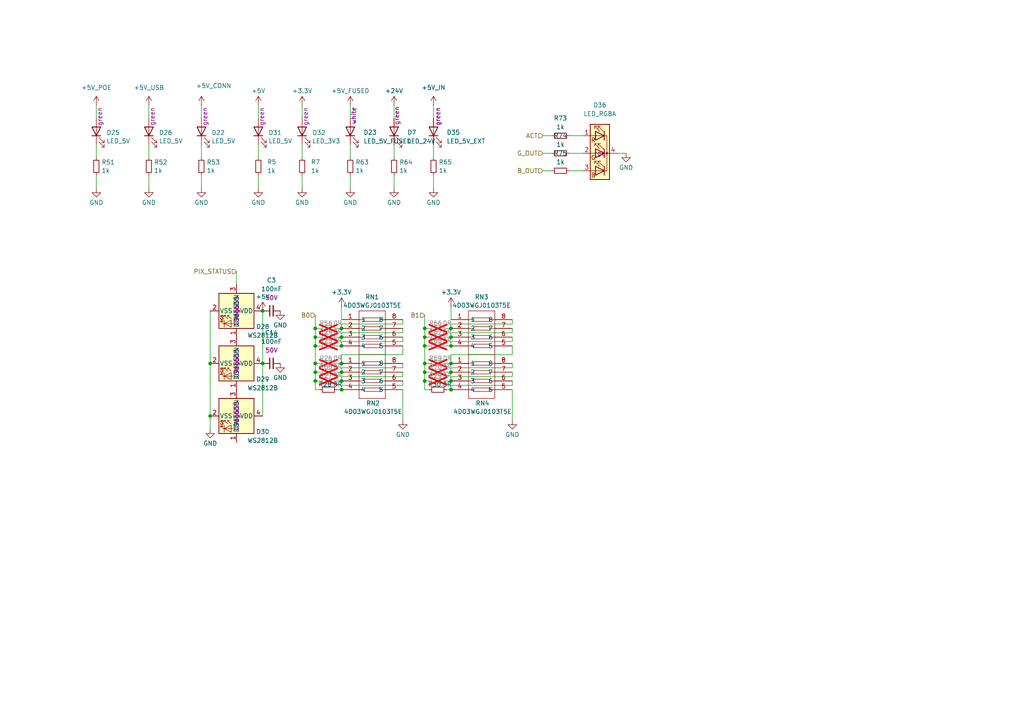
<source format=kicad_sch>
(kicad_sch (version 20250114) (generator "eeschema") (generator_version "9.0")
  (paper "A4")
  (lib_symbols
    (symbol "Device:C_Small" (pin_numbers (hide yes)) (pin_names (offset 0.254) (hide yes))
      (property "Reference" "C" (at 0.254 1.778 0))
      (property "Value" "C_Small" (at 0.254 -2.032 0))
      (symbol "C_Small_0_1"
        (polyline (pts (xy -1.524 0.508) (xy 1.524 0.508)) (stroke (width 0.3048)))
        (polyline (pts (xy -1.524 -0.508) (xy 1.524 -0.508)) (stroke (width 0.3302)))
      )
      (symbol "C_Small_1_1"
        (pin passive line (at 0 2.54 270) (length 2.032) (name "~") (number "1"))
        (pin passive line (at 0 -2.54 90) (length 2.032) (name "~") (number "2"))
      )
    )
    (symbol "Device:LED" (pin_numbers (hide yes)) (pin_names (offset 1.016) (hide yes))
      (property "Reference" "D" (at 0 2.54 0))
      (property "Value" "LED" (at 0 -2.54 0))
      (symbol "LED_0_1"
        (polyline (pts (xy -3.048 -0.762) (xy -4.572 -2.286) (xy -3.81 -2.286) (xy -4.572 -2.286) (xy -4.572 -1.524)))
        (polyline (pts (xy -1.778 -0.762) (xy -3.302 -2.286) (xy -2.54 -2.286) (xy -3.302 -2.286) (xy -3.302 -1.524)))
        (polyline (pts (xy -1.27 0) (xy 1.27 0)))
        (polyline (pts (xy -1.27 -1.27) (xy -1.27 1.27)) (stroke (width 0.254)))
        (polyline (pts (xy 1.27 -1.27) (xy 1.27 1.27) (xy -1.27 0) (xy 1.27 -1.27)) (stroke (width 0.254)))
      )
      (symbol "LED_1_1"
        (pin passive line (at -3.81 0 0) (length 2.54) (name "K") (number "1"))
        (pin passive line (at 3.81 0 180) (length 2.54) (name "A") (number "2"))
      )
    )
    (symbol "Device:LED_RGBK" (pin_names (offset 0) (hide yes))
      (property "Reference" "D" (at 0 9.398 0))
      (property "Value" "LED_RGBK" (at 0 -8.89 0))
      (symbol "LED_RGBK_0_0"
        (text "R" (at 1.905 3.81 0) (effects (font (size 1.27 1.27))))
        (text "G" (at 1.905 -1.27 0) (effects (font (size 1.27 1.27))))
        (text "B" (at 1.905 -6.35 0) (effects (font (size 1.27 1.27))))
      )
      (symbol "LED_RGBK_0_1"
        (circle (center -2.032 0) (radius 0.254) (fill (type outline)))
        (polyline (pts (xy -1.27 6.35) (xy -1.27 3.81)) (stroke (width 0.254)))
        (polyline (pts (xy -1.27 6.35) (xy -1.27 3.81) (xy -1.27 3.81)))
        (polyline (pts (xy -1.27 5.08) (xy 1.27 5.08)))
        (polyline (pts (xy -1.27 5.08) (xy -2.032 5.08) (xy -2.032 -5.08) (xy -1.016 -5.08)))
        (polyline (pts (xy -1.27 1.27) (xy -1.27 -1.27)) (stroke (width 0.254)))
        (polyline (pts (xy -1.27 1.27) (xy -1.27 -1.27) (xy -1.27 -1.27)))
        (polyline (pts (xy -1.27 0) (xy -2.54 0)))
        (polyline (pts (xy -1.27 -3.81) (xy -1.27 -6.35)) (stroke (width 0.254)))
        (polyline (pts (xy -1.27 -5.08) (xy 1.27 -5.08)))
        (polyline (pts (xy -1.016 6.35) (xy 0.508 7.874) (xy -0.254 7.874) (xy 0.508 7.874) (xy 0.508 7.112)))
        (polyline (pts (xy -1.016 1.27) (xy 0.508 2.794) (xy -0.254 2.794) (xy 0.508 2.794) (xy 0.508 2.032)))
        (polyline (pts (xy -1.016 -3.81) (xy 0.508 -2.286) (xy -0.254 -2.286) (xy 0.508 -2.286) (xy 0.508 -3.048)))
        (polyline (pts (xy 0 6.35) (xy 1.524 7.874) (xy 0.762 7.874) (xy 1.524 7.874) (xy 1.524 7.112)))
        (polyline (pts (xy 0 1.27) (xy 1.524 2.794) (xy 0.762 2.794) (xy 1.524 2.794) (xy 1.524 2.032)))
        (polyline (pts (xy 0 -3.81) (xy 1.524 -2.286) (xy 0.762 -2.286) (xy 1.524 -2.286) (xy 1.524 -3.048)))
        (polyline (pts (xy 1.27 6.35) (xy 1.27 3.81) (xy -1.27 5.08) (xy 1.27 6.35)) (stroke (width 0.254)))
        (rectangle (start 1.27 6.35) (end 1.27 6.35))
        (polyline (pts (xy 1.27 5.08) (xy 2.54 5.08)))
        (rectangle (start 1.27 3.81) (end 1.27 6.35))
        (polyline (pts (xy 1.27 1.27) (xy 1.27 -1.27) (xy -1.27 0) (xy 1.27 1.27)) (stroke (width 0.254)))
        (rectangle (start 1.27 1.27) (end 1.27 1.27))
        (polyline (pts (xy 1.27 0) (xy -1.27 0)))
        (polyline (pts (xy 1.27 0) (xy 2.54 0)))
        (rectangle (start 1.27 -1.27) (end 1.27 1.27))
        (polyline (pts (xy 1.27 -3.81) (xy 1.27 -6.35) (xy -1.27 -5.08) (xy 1.27 -3.81)) (stroke (width 0.254)))
        (polyline (pts (xy 1.27 -5.08) (xy 2.54 -5.08)))
        (rectangle (start 2.794 8.382) (end -2.794 -7.62) (stroke (width 0.254)) (fill (type background)))
      )
      (symbol "LED_RGBK_1_1"
        (pin passive line (at -5.08 0 0) (length 2.54) (name "K") (number "4"))
        (pin passive line (at 5.08 5.08 180) (length 2.54) (name "RA") (number "1"))
        (pin passive line (at 5.08 0 180) (length 2.54) (name "GA") (number "2"))
        (pin passive line (at 5.08 -5.08 180) (length 2.54) (name "BA") (number "3"))
      )
    )
    (symbol "Device:R_Small" (pin_numbers (hide yes)) (pin_names (offset 0.254) (hide yes))
      (property "Reference" "R" (at 0.762 0.508 0))
      (property "Value" "R_Small" (at 0.762 -1.016 0))
      (symbol "R_Small_0_1"
        (rectangle (start -0.762 1.778) (end 0.762 -1.778) (stroke (width 0.2032)))
      )
      (symbol "R_Small_1_1"
        (pin passive line (at 0 2.54 270) (length 0.762) (name "~") (number "1"))
        (pin passive line (at 0 -2.54 90) (length 0.762) (name "~") (number "2"))
      )
    )
    (symbol "LED:WS2812B-2020" (pin_names (offset 0.254))
      (property "Reference" "D" (at 5.08 5.715 0))
      (property "Value" "WS2812B-2020" (at 1.27 -5.715 0))
      (symbol "WS2812B-2020_0_0"
        (text "RGB" (at 2.286 -4.191 0) (effects (font (size 0.762 0.762))))
      )
      (symbol "WS2812B-2020_0_1"
        (polyline (pts (xy 1.27 -2.54) (xy 1.778 -2.54)))
        (polyline (pts (xy 1.27 -3.556) (xy 1.778 -3.556)))
        (polyline (pts (xy 2.286 -1.524) (xy 1.27 -2.54) (xy 1.27 -2.032)))
        (polyline (pts (xy 2.286 -2.54) (xy 1.27 -3.556) (xy 1.27 -3.048)))
        (polyline (pts (xy 3.683 -1.016) (xy 3.683 -3.556) (xy 3.683 -4.064)))
        (polyline (pts (xy 4.699 -1.524) (xy 2.667 -1.524) (xy 3.683 -3.556) (xy 4.699 -1.524)))
        (polyline (pts (xy 4.699 -3.556) (xy 2.667 -3.556)))
        (rectangle (start 5.08 5.08) (end -5.08 -5.08) (stroke (width 0.254)) (fill (type background)))
      )
      (symbol "WS2812B-2020_1_1"
        (pin input line (at -7.62 0 0) (length 2.54) (name "DIN") (number "3"))
        (pin power_in line (at 0 7.62 270) (length 2.54) (name "VDD") (number "4"))
        (pin power_in line (at 0 -7.62 90) (length 2.54) (name "VSS") (number "2"))
        (pin output line (at 7.62 0 180) (length 2.54) (name "DOUT") (number "1"))
      )
    )
    (symbol "easyeda2kicad:4D03WGJ0103T5E"
      (property "Reference" "RN" (at 0 8.89 0))
      (property "Value" "4D03WGJ0103T5E" (at 0 -8.89 0))
      (symbol "4D03WGJ0103T5E_0_1"
        (polyline (pts (xy -3.81 6.35) (xy -3.81 -6.35)))
        (polyline (pts (xy -3.81 6.35) (xy 3.81 6.35)))
        (polyline (pts (xy -3.81 3.81) (xy -2.29 3.81)))
        (polyline (pts (xy -3.81 1.27) (xy -2.29 1.27)))
        (polyline (pts (xy -3.81 -1.27) (xy -2.29 -1.27)))
        (polyline (pts (xy -3.81 -3.81) (xy -2.29 -3.81)))
        (polyline (pts (xy -3.81 -6.35) (xy 3.81 -6.35)))
        (polyline (pts (xy -2.29 4.32) (xy 2.29 4.32)))
        (polyline (pts (xy -2.29 4.32) (xy -2.29 3.3) (xy 2.29 3.3) (xy 2.29 4.32)))
        (polyline (pts (xy -2.29 1.78) (xy 2.29 1.78)))
        (polyline (pts (xy -2.29 1.78) (xy -2.29 0.76) (xy 2.29 0.76) (xy 2.29 1.78)))
        (polyline (pts (xy -2.29 -0.76) (xy 2.29 -0.76)))
        (polyline (pts (xy -2.29 -0.76) (xy -2.29 -1.78) (xy 2.29 -1.78) (xy 2.29 -0.76)))
        (polyline (pts (xy -2.29 -3.3) (xy 2.29 -3.3)))
        (polyline (pts (xy -2.29 -3.3) (xy -2.29 -4.32) (xy 2.29 -4.32) (xy 2.29 -3.3)))
        (polyline (pts (xy 2.29 3.81) (xy 3.81 3.81)))
        (polyline (pts (xy 2.29 1.27) (xy 3.81 1.27)))
        (polyline (pts (xy 2.29 -1.27) (xy 3.81 -1.27)))
        (polyline (pts (xy 2.29 -3.81) (xy 3.81 -3.81)))
        (polyline (pts (xy 3.81 6.35) (xy 3.81 -6.35)))
        (pin input line (at -8.89 3.81 0) (length 5.08) (name "1") (number "1"))
        (pin input line (at -8.89 1.27 0) (length 5.08) (name "2") (number "2"))
        (pin input line (at -8.89 -1.27 0) (length 5.08) (name "3") (number "3"))
        (pin input line (at -8.89 -3.81 0) (length 5.08) (name "4") (number "4"))
        (pin input line (at 8.89 3.81 180) (length 5.08) (name "8") (number "8"))
        (pin input line (at 8.89 1.27 180) (length 5.08) (name "7") (number "7"))
        (pin input line (at 8.89 -1.27 180) (length 5.08) (name "6") (number "6"))
        (pin input line (at 8.89 -3.81 180) (length 5.08) (name "5") (number "5"))
      )
    )
    (symbol "power:+24V" (power) (pin_numbers (hide yes)) (pin_names (offset 0) (hide yes))
      (property "Value" "+24V" (at 0 3.556 0))
      (symbol "+24V_0_1"
        (polyline (pts (xy -0.762 1.27) (xy 0 2.54)))
        (polyline (pts (xy 0 2.54) (xy 0.762 1.27)))
        (polyline (pts (xy 0 0) (xy 0 2.54)))
      )
      (symbol "+24V_1_1"
        (pin power_in line (at 0 0 90) (length 0) (name "~") (number "1"))
      )
    )
    (symbol "power:+3.3V" (power) (pin_numbers (hide yes)) (pin_names (offset 0) (hide yes))
      (property "Value" "+3.3V" (at 0 3.556 0))
      (symbol "+3.3V_0_1"
        (polyline (pts (xy -0.762 1.27) (xy 0 2.54)))
        (polyline (pts (xy 0 2.54) (xy 0.762 1.27)))
        (polyline (pts (xy 0 0) (xy 0 2.54)))
      )
      (symbol "+3.3V_1_1"
        (pin power_in line (at 0 0 90) (length 0) (name "~") (number "1"))
      )
    )
    (symbol "power:+5V" (power) (pin_numbers (hide yes)) (pin_names (offset 0) (hide yes))
      (property "Value" "+5V" (at 0 3.556 0))
      (symbol "+5V_0_1"
        (polyline (pts (xy -0.762 1.27) (xy 0 2.54)))
        (polyline (pts (xy 0 2.54) (xy 0.762 1.27)))
        (polyline (pts (xy 0 0) (xy 0 2.54)))
      )
      (symbol "+5V_1_1"
        (pin power_in line (at 0 0 90) (length 0) (name "~") (number "1"))
      )
    )
    (symbol "power:GND" (power) (pin_numbers (hide yes)) (pin_names (offset 0) (hide yes))
      (property "Value" "GND" (at 0 -3.81 0))
      (symbol "GND_0_1"
        (polyline (pts (xy 0 0) (xy 0 -1.27) (xy 1.27 -1.27) (xy 0 -2.54) (xy -1.27 -1.27) (xy 0 -1.27)))
      )
      (symbol "GND_1_1"
        (pin power_in line (at 0 0 270) (length 0) (name "~") (number "1"))
      )
    )
  )
  (junction (at 60.96 105.41))
  (junction (at 99.06 97.79))
  (junction (at 99.06 105.41))
  (junction (at 99.06 95.25))
  (junction (at 76.2 90.17))
  (junction (at 91.44 105.41))
  (junction (at 130.81 100.33))
  (junction (at 130.81 95.25))
  (junction (at 76.2 105.41))
  (junction (at 123.19 105.41))
  (junction (at 60.96 120.65))
  (junction (at 130.81 107.95))
  (junction (at 99.06 100.33))
  (junction (at 123.19 95.25))
  (junction (at 130.81 105.41))
  (junction (at 130.81 110.49))
  (junction (at 123.19 100.33))
  (junction (at 99.06 113.03))
  (junction (at 91.44 110.49))
  (junction (at 91.44 107.95))
  (junction (at 99.06 107.95))
  (junction (at 123.19 97.79))
  (junction (at 91.44 97.79))
  (junction (at 91.44 95.25))
  (junction (at 130.81 113.03))
  (junction (at 91.44 100.33))
  (junction (at 99.06 110.49))
  (junction (at 123.19 110.49))
  (junction (at 123.19 107.95))
  (junction (at 130.81 97.79))
  (wire (pts (xy 123.19 110.49) (xy 123.19 113.03)))
  (wire (pts (xy 91.44 97.79) (xy 91.44 100.33)))
  (wire (pts (xy 125.73 54.61) (xy 125.73 50.8)))
  (wire (pts (xy 123.19 91.44) (xy 123.19 95.25)))
  (wire (pts (xy 99.06 110.49) (xy 99.06 109.22)))
  (wire (pts (xy 74.93 54.61) (xy 74.93 50.8)))
  (wire (pts (xy 101.6 30.48) (xy 101.6 34.29)))
  (wire (pts (xy 148.59 100.33) (xy 148.59 102.87)))
  (wire (pts (xy 165.1 44.45) (xy 168.91 44.45)))
  (wire (pts (xy 58.42 34.29) (xy 58.42 30.48)))
  (wire (pts (xy 99.06 93.98) (xy 116.84 93.98)))
  (wire (pts (xy 97.79 100.33) (xy 99.06 100.33)))
  (wire (pts (xy 116.84 93.98) (xy 116.84 92.71)))
  (wire (pts (xy 130.81 93.98) (xy 130.81 95.25)))
  (wire (pts (xy 91.44 95.25) (xy 92.71 95.25)))
  (wire (pts (xy 123.19 95.25) (xy 124.46 95.25)))
  (wire (pts (xy 148.59 92.71) (xy 148.59 93.98)))
  (wire (pts (xy 130.81 107.95) (xy 130.81 106.68)))
  (wire (pts (xy 91.44 97.79) (xy 92.71 97.79)))
  (wire (pts (xy 43.18 41.91) (xy 43.18 45.72)))
  (wire (pts (xy 157.48 49.53) (xy 160.02 49.53)))
  (wire (pts (xy 99.06 105.41) (xy 99.06 102.87)))
  (wire (pts (xy 129.54 97.79) (xy 130.81 97.79)))
  (wire (pts (xy 148.59 113.03) (xy 148.59 121.92)))
  (wire (pts (xy 123.19 105.41) (xy 123.19 107.95)))
  (wire (pts (xy 129.54 105.41) (xy 130.81 105.41)))
  (wire (pts (xy 97.79 107.95) (xy 99.06 107.95)))
  (wire (pts (xy 99.06 96.52) (xy 116.84 96.52)))
  (wire (pts (xy 114.3 30.48) (xy 114.3 34.29)))
  (wire (pts (xy 130.81 109.22) (xy 148.59 109.22)))
  (wire (pts (xy 130.81 111.76) (xy 148.59 111.76)))
  (wire (pts (xy 99.06 97.79) (xy 99.06 96.52)))
  (wire (pts (xy 60.96 105.41) (xy 60.96 90.17)))
  (wire (pts (xy 130.81 110.49) (xy 130.81 109.22)))
  (wire (pts (xy 130.81 102.87) (xy 148.59 102.87)))
  (wire (pts (xy 43.18 54.61) (xy 43.18 50.8)))
  (wire (pts (xy 130.81 88.9) (xy 130.81 92.71)))
  (wire (pts (xy 101.6 54.61) (xy 101.6 50.8)))
  (wire (pts (xy 116.84 95.25) (xy 116.84 96.52)))
  (wire (pts (xy 58.42 54.61) (xy 58.42 50.8)))
  (wire (pts (xy 76.2 90.17) (xy 76.2 105.41)))
  (wire (pts (xy 129.54 95.25) (xy 130.81 95.25)))
  (wire (pts (xy 99.06 109.22) (xy 116.84 109.22)))
  (wire (pts (xy 123.19 100.33) (xy 124.46 100.33)))
  (wire (pts (xy 116.84 113.03) (xy 116.84 121.92)))
  (wire (pts (xy 91.44 100.33) (xy 91.44 105.41)))
  (wire (pts (xy 99.06 113.03) (xy 99.06 111.76)))
  (wire (pts (xy 58.42 41.91) (xy 58.42 45.72)))
  (wire (pts (xy 114.3 41.91) (xy 114.3 45.72)))
  (wire (pts (xy 123.19 100.33) (xy 123.19 105.41)))
  (wire (pts (xy 123.19 107.95) (xy 123.19 110.49)))
  (wire (pts (xy 99.06 106.68) (xy 116.84 106.68)))
  (wire (pts (xy 60.96 124.46) (xy 60.96 120.65)))
  (wire (pts (xy 99.06 95.25) (xy 99.06 93.98)))
  (wire (pts (xy 123.19 97.79) (xy 124.46 97.79)))
  (wire (pts (xy 129.54 110.49) (xy 130.81 110.49)))
  (wire (pts (xy 123.19 95.25) (xy 123.19 97.79)))
  (wire (pts (xy 27.94 30.48) (xy 27.94 34.29)))
  (wire (pts (xy 99.06 100.33) (xy 99.06 99.06)))
  (wire (pts (xy 43.18 30.48) (xy 43.18 34.29)))
  (wire (pts (xy 91.44 110.49) (xy 91.44 113.03)))
  (wire (pts (xy 123.19 113.03) (xy 124.46 113.03)))
  (wire (pts (xy 148.59 111.76) (xy 148.59 110.49)))
  (wire (pts (xy 148.59 109.22) (xy 148.59 107.95)))
  (wire (pts (xy 165.1 39.37) (xy 168.91 39.37)))
  (wire (pts (xy 99.06 111.76) (xy 116.84 111.76)))
  (wire (pts (xy 91.44 110.49) (xy 92.71 110.49)))
  (wire (pts (xy 129.54 113.03) (xy 130.81 113.03)))
  (wire (pts (xy 91.44 113.03) (xy 92.71 113.03)))
  (wire (pts (xy 97.79 95.25) (xy 99.06 95.25)))
  (wire (pts (xy 157.48 39.37) (xy 160.02 39.37)))
  (wire (pts (xy 148.59 93.98) (xy 130.81 93.98)))
  (wire (pts (xy 148.59 96.52) (xy 130.81 96.52)))
  (wire (pts (xy 91.44 107.95) (xy 91.44 110.49)))
  (wire (pts (xy 87.63 30.48) (xy 87.63 34.29)))
  (wire (pts (xy 27.94 54.61) (xy 27.94 50.8)))
  (wire (pts (xy 157.48 44.45) (xy 160.02 44.45)))
  (wire (pts (xy 74.93 30.48) (xy 74.93 34.29)))
  (wire (pts (xy 97.79 105.41) (xy 99.06 105.41)))
  (wire (pts (xy 91.44 91.44) (xy 91.44 95.25)))
  (wire (pts (xy 91.44 105.41) (xy 92.71 105.41)))
  (wire (pts (xy 116.84 100.33) (xy 116.84 102.87)))
  (wire (pts (xy 148.59 99.06) (xy 130.81 99.06)))
  (wire (pts (xy 91.44 105.41) (xy 91.44 107.95)))
  (wire (pts (xy 97.79 97.79) (xy 99.06 97.79)))
  (wire (pts (xy 97.79 110.49) (xy 99.06 110.49)))
  (wire (pts (xy 130.81 105.41) (xy 130.81 102.87)))
  (wire (pts (xy 148.59 95.25) (xy 148.59 96.52)))
  (wire (pts (xy 165.1 49.53) (xy 168.91 49.53)))
  (wire (pts (xy 181.61 44.45) (xy 179.07 44.45)))
  (wire (pts (xy 123.19 97.79) (xy 123.19 100.33)))
  (wire (pts (xy 123.19 110.49) (xy 124.46 110.49)))
  (wire (pts (xy 91.44 95.25) (xy 91.44 97.79)))
  (wire (pts (xy 116.84 111.76) (xy 116.84 110.49)))
  (wire (pts (xy 87.63 41.91) (xy 87.63 45.72)))
  (wire (pts (xy 148.59 97.79) (xy 148.59 99.06)))
  (wire (pts (xy 125.73 41.91) (xy 125.73 45.72)))
  (wire (pts (xy 130.81 99.06) (xy 130.81 100.33)))
  (wire (pts (xy 91.44 107.95) (xy 92.71 107.95)))
  (wire (pts (xy 123.19 107.95) (xy 124.46 107.95)))
  (wire (pts (xy 97.79 113.03) (xy 99.06 113.03)))
  (wire (pts (xy 101.6 41.91) (xy 101.6 45.72)))
  (wire (pts (xy 130.81 106.68) (xy 148.59 106.68)))
  (wire (pts (xy 76.2 105.41) (xy 76.2 120.65)))
  (wire (pts (xy 114.3 54.61) (xy 114.3 50.8)))
  (wire (pts (xy 129.54 100.33) (xy 130.81 100.33)))
  (wire (pts (xy 27.94 41.91) (xy 27.94 45.72)))
  (wire (pts (xy 60.96 120.65) (xy 60.96 105.41)))
  (wire (pts (xy 68.58 78.74) (xy 68.58 82.55)))
  (wire (pts (xy 99.06 99.06) (xy 116.84 99.06)))
  (wire (pts (xy 116.84 105.41) (xy 116.84 106.68)))
  (wire (pts (xy 125.73 30.48) (xy 125.73 34.29)))
  (wire (pts (xy 148.59 105.41) (xy 148.59 106.68)))
  (wire (pts (xy 116.84 109.22) (xy 116.84 107.95)))
  (wire (pts (xy 99.06 88.9) (xy 99.06 92.71)))
  (wire (pts (xy 99.06 102.87) (xy 116.84 102.87)))
  (wire (pts (xy 116.84 97.79) (xy 116.84 99.06)))
  (wire (pts (xy 123.19 105.41) (xy 124.46 105.41)))
  (wire (pts (xy 129.54 107.95) (xy 130.81 107.95)))
  (wire (pts (xy 99.06 107.95) (xy 99.06 106.68)))
  (wire (pts (xy 74.93 41.91) (xy 74.93 45.72)))
  (wire (pts (xy 130.81 113.03) (xy 130.81 111.76)))
  (wire (pts (xy 91.44 100.33) (xy 92.71 100.33)))
  (wire (pts (xy 87.63 54.61) (xy 87.63 50.8)))
  (wire (pts (xy 130.81 96.52) (xy 130.81 97.79)))
  (hierarchical_label "PIX_STATUS" (shape input) (at 68.58 78.74 180))
  (hierarchical_label "G_OUT" (shape input) (at 157.48 44.45 180))
  (hierarchical_label "B1" (shape input) (at 123.19 91.44 180))
  (hierarchical_label "ACT" (shape input) (at 157.48 39.37 180))
  (hierarchical_label "B_OUT" (shape input) (at 157.48 49.53 180))
  (hierarchical_label "B0" (shape input) (at 91.44 91.44 180))
  (symbol (lib_id "Device:R_Small") (at 27.94 48.26 0) (unit 1)
    (property "Reference" "R51" (at 29.4386 47.0478 0) (effects (justify left)))
    (property "Value" "1k" (at 29.4386 49.4721 0) (effects (justify left)))
    (property "Footprint" "Resistor_SMD:R_0603_1608Metric" (effects (hide yes)))
    (property "Description" "Resistor, small symbol" (effects (hide yes)))
    (property "LCSC" "C21190" (effects (hide yes)))
  )
  (symbol (lib_id "power:+5V") (at 101.6 30.48 0) (unit 1)
    (property "Reference" "#PWR0137" (effects (hide yes)))
    (property "Value" "+5V_FUSED" (at 101.6 26.3469 0))
    (property "Description" "Power symbol creates a global label with name \"+5V\"" (effects (hide yes)))
  )
  (symbol (lib_id "power:+3.3V") (at 130.81 88.9 0) (unit 1)
    (property "Reference" "#PWR0144" (effects (hide yes)))
    (property "Value" "+3.3V" (at 130.81 84.7669 0))
    (property "Description" "Power symbol creates a global label with name \"+3.3V\"" (effects (hide yes)))
  )
  (symbol (lib_id "Device:R_Small") (at 127 105.41 90) (unit 1) (dnp yes)
    (property "Reference" "R69" (at 128.27 103.886 90) (effects (justify left)))
    (property "Value" "0R" (at 131.064 103.886 90) (effects (justify left)))
    (property "Footprint" "Resistor_SMD:R_0603_1608Metric" (effects (hide yes)))
    (property "Description" "Resistor, small symbol" (effects (hide yes)))
    (property "LCSC" "C21189" (effects (hide yes)))
  )
  (symbol (lib_id "Device:R_Small") (at 95.25 105.41 90) (unit 1) (dnp yes)
    (property "Reference" "R26" (at 96.52 103.886 90) (effects (justify left)))
    (property "Value" "0R" (at 99.314 103.886 90) (effects (justify left)))
    (property "Footprint" "Resistor_SMD:R_0603_1608Metric" (effects (hide yes)))
    (property "Description" "Resistor, small symbol" (effects (hide yes)))
    (property "LCSC" "C21189" (effects (hide yes)))
  )
  (symbol (lib_id "power:GND") (at 125.73 54.61 0) (unit 1)
    (property "Reference" "#PWR0143" (effects (hide yes)))
    (property "Value" "GND" (at 125.73 58.7431 0))
    (property "Description" "Power symbol creates a global label with name \"GND\" , ground" (effects (hide yes)))
  )
  (symbol (lib_id "power:GND") (at 74.93 54.61 0) (unit 1)
    (property "Reference" "#PWR0130" (effects (hide yes)))
    (property "Value" "GND" (at 74.93 58.7431 0))
    (property "Description" "Power symbol creates a global label with name \"GND\" , ground" (effects (hide yes)))
  )
  (symbol (lib_id "Device:R_Small") (at 127 95.25 90) (unit 1) (dnp yes)
    (property "Reference" "R66" (at 128.27 93.726 90) (effects (justify left)))
    (property "Value" "0R" (at 131.064 93.726 90) (effects (justify left)))
    (property "Footprint" "Resistor_SMD:R_0603_1608Metric" (effects (hide yes)))
    (property "Description" "Resistor, small symbol" (effects (hide yes)))
    (property "LCSC" "C21189" (effects (hide yes)))
  )
  (symbol (lib_id "easyeda2kicad:4D03WGJ0103T5E") (at 139.7 96.52 0) (unit 1)
    (property "Reference" "RN3" (at 139.7 86.1525 0))
    (property "Value" "4D03WGJ0103T5E" (at 139.7 88.5768 0))
    (property "Footprint" "easyeda2kicad:RES-ARRAY-SMD_0603-8P-L3.2-W1.6-BL" (effects (hide yes)))
    (property "Datasheet" "https://lcsc.com/product-detail/Resistor-Networks-Arrays_10KR-103-5_C29718.html" (effects (hide yes)))
    (property "LCSC Part" "C29718" (effects (hide yes)))
    (property "LCSC" "C29718" (effects (hide yes)))
  )
  (symbol (lib_id "Device:LED") (at 125.73 38.1 90) (unit 1)
    (property "Reference" "D35" (at 129.54 38.4174 90) (effects (justify right)))
    (property "Value" "LED_5V_EXT" (at 129.54 40.9574 90) (effects (justify right)))
    (property "Footprint" "LED_SMD:LED_0805_2012Metric" (effects (hide yes)))
    (property "Description" "Light emitting diode" (effects (hide yes)))
    (property "LCSC" "C2297" (effects (hide yes)))
    (property "color" "green" (at 127 33.782 0))
  )
  (symbol (lib_id "Device:LED") (at 87.63 38.1 90) (unit 1)
    (property "Reference" "D32" (at 90.551 38.4753 90) (effects (justify right)))
    (property "Value" "LED_3V3" (at 90.551 40.8996 90) (effects (justify right)))
    (property "Footprint" "LED_SMD:LED_0805_2012Metric" (effects (hide yes)))
    (property "Description" "Light emitting diode" (effects (hide yes)))
    (property "LCSC" "C2297" (effects (hide yes)))
    (property "color" "green" (at 88.646 33.782 0))
  )
  (symbol (lib_id "Device:R_Small") (at 125.73 48.26 0) (unit 1)
    (property "Reference" "R65" (at 127.2286 47.0478 0) (effects (justify left)))
    (property "Value" "1k" (at 127.2286 49.4721 0) (effects (justify left)))
    (property "Footprint" "Resistor_SMD:R_0603_1608Metric" (effects (hide yes)))
    (property "Description" "Resistor, small symbol" (effects (hide yes)))
    (property "LCSC" "C21190" (effects (hide yes)))
  )
  (symbol (lib_id "Device:R_Small") (at 95.25 110.49 90) (unit 1) (dnp yes)
    (property "Reference" "R27" (at 96.52 108.966 90) (effects (justify left)))
    (property "Value" "0R" (at 99.314 108.966 90) (effects (justify left)))
    (property "Footprint" "Resistor_SMD:R_0603_1608Metric" (effects (hide yes)))
    (property "Description" "Resistor, small symbol" (effects (hide yes)))
    (property "LCSC" "C21189" (effects (hide yes)))
  )
  (symbol (lib_id "power:GND") (at 27.94 54.61 0) (unit 1)
    (property "Reference" "#PWR0123" (effects (hide yes)))
    (property "Value" "GND" (at 27.94 58.7431 0))
    (property "Description" "Power symbol creates a global label with name \"GND\" , ground" (effects (hide yes)))
  )
  (symbol (lib_id "Device:R_Small") (at 127 97.79 90) (unit 1) (dnp yes)
    (property "Reference" "R67" (at 128.27 96.266 90) (effects (justify left)))
    (property "Value" "0R" (at 131.064 96.266 90) (effects (justify left)))
    (property "Footprint" "Resistor_SMD:R_0603_1608Metric" (effects (hide yes)))
    (property "Description" "Resistor, small symbol" (effects (hide yes)))
    (property "LCSC" "C21189" (effects (hide yes)))
  )
  (symbol (lib_id "Device:R_Small") (at 95.25 95.25 90) (unit 1) (dnp yes)
    (property "Reference" "R56" (at 96.52 93.726 90) (effects (justify left)))
    (property "Value" "0R" (at 99.314 93.726 90) (effects (justify left)))
    (property "Footprint" "Resistor_SMD:R_0603_1608Metric" (effects (hide yes)))
    (property "Description" "Resistor, small symbol" (effects (hide yes)))
    (property "LCSC" "C21189" (effects (hide yes)))
  )
  (symbol (lib_id "Device:C_Small") (at 78.74 105.41 90) (unit 1)
    (property "Reference" "C14" (at 78.7463 96.52 90))
    (property "Value" "100nF" (at 78.7463 99.06 90))
    (property "Footprint" "Capacitor_SMD:C_0603_1608Metric" (effects (hide yes)))
    (property "Description" "Unpolarized capacitor, small symbol" (effects (hide yes)))
    (property "LCSC" "C14663" (effects (hide yes)))
    (property "Rating" "50V" (at 78.7463 101.6 90))
  )
  (symbol (lib_id "power:GND") (at 116.84 121.92 0) (unit 1)
    (property "Reference" "#PWR0141" (effects (hide yes)))
    (property "Value" "GND" (at 116.84 126.0531 0))
    (property "Description" "Power symbol creates a global label with name \"GND\" , ground" (effects (hide yes)))
  )
  (symbol (lib_id "power:+5V") (at 76.2 90.17 0) (unit 1)
    (property "Reference" "#PWR0131" (effects (hide yes)))
    (property "Value" "+5V" (at 76.2 86.0369 0))
    (property "Description" "Power symbol creates a global label with name \"+5V\"" (effects (hide yes)))
  )
  (symbol (lib_id "Device:R_Small") (at 101.6 48.26 0) (unit 1)
    (property "Reference" "R63" (at 103.0986 47.0478 0) (effects (justify left)))
    (property "Value" "1k" (at 103.0986 49.4721 0) (effects (justify left)))
    (property "Footprint" "Resistor_SMD:R_0603_1608Metric" (effects (hide yes)))
    (property "Description" "Resistor, small symbol" (effects (hide yes)))
    (property "LCSC" "C21190" (effects (hide yes)))
  )
  (symbol (lib_id "Device:R_Small") (at 95.25 107.95 90) (unit 1) (dnp yes)
    (property "Reference" "R60" (at 96.52 106.426 90) (effects (justify left)))
    (property "Value" "0R" (at 99.314 106.426 90) (effects (justify left)))
    (property "Footprint" "Resistor_SMD:R_0603_1608Metric" (effects (hide yes)))
    (property "Description" "Resistor, small symbol" (effects (hide yes)))
    (property "LCSC" "C21189" (effects (hide yes)))
  )
  (symbol (lib_id "Device:R_Small") (at 87.63 48.26 0) (unit 1)
    (property "Reference" "R7" (at 90.17 46.9899 0) (effects (justify left)))
    (property "Value" "1k" (at 90.17 49.5299 0) (effects (justify left)))
    (property "Footprint" "Resistor_SMD:R_0603_1608Metric" (effects (hide yes)))
    (property "Description" "Resistor, small symbol" (effects (hide yes)))
    (property "LCSC" "C21190" (effects (hide yes)))
  )
  (symbol (lib_id "power:GND") (at 181.61 44.45 0) (unit 1)
    (property "Reference" "#PWR0146" (effects (hide yes)))
    (property "Value" "GND" (at 181.61 48.5831 0))
    (property "Description" "Power symbol creates a global label with name \"GND\" , ground" (effects (hide yes)))
  )
  (symbol (lib_id "Device:R_Small") (at 162.56 44.45 90) (unit 1)
    (property "Reference" "R74" (at 162.56 39.37 90))
    (property "Value" "1k" (at 162.56 41.91 90))
    (property "Footprint" "Resistor_SMD:R_0603_1608Metric" (effects (hide yes)))
    (property "Description" "Resistor, small symbol" (effects (hide yes)))
    (property "LCSC" "C21190" (effects (hide yes)))
  )
  (symbol (lib_id "Device:R_Small") (at 127 110.49 90) (unit 1) (dnp yes)
    (property "Reference" "R29" (at 128.27 108.966 90) (effects (justify left)))
    (property "Value" "0R" (at 131.064 108.966 90) (effects (justify left)))
    (property "Footprint" "Resistor_SMD:R_0603_1608Metric" (effects (hide yes)))
    (property "Description" "Resistor, small symbol" (effects (hide yes)))
    (property "LCSC" "C21189" (effects (hide yes)))
  )
  (symbol (lib_id "easyeda2kicad:4D03WGJ0103T5E") (at 107.95 109.22 0) (unit 1)
    (property "Reference" "RN2" (at 108.204 116.9557 0))
    (property "Value" "4D03WGJ0103T5E" (at 108.204 119.38 0))
    (property "Footprint" "easyeda2kicad:RES-ARRAY-SMD_0603-8P-L3.2-W1.6-BL" (effects (hide yes)))
    (property "Datasheet" "https://lcsc.com/product-detail/Resistor-Networks-Arrays_10KR-103-5_C29718.html" (effects (hide yes)))
    (property "LCSC Part" "C29718" (effects (hide yes)))
    (property "LCSC" "C29718" (effects (hide yes)))
  )
  (symbol (lib_id "Device:LED") (at 114.3 38.1 90) (unit 1)
    (property "Reference" "D7" (at 118.11 38.4174 90) (effects (justify right)))
    (property "Value" "LED_24V" (at 118.11 40.9574 90) (effects (justify right)))
    (property "Footprint" "LED_SMD:LED_0805_2012Metric" (effects (hide yes)))
    (property "Description" "Light emitting diode" (effects (hide yes)))
    (property "LCSC" "C2297" (effects (hide yes)))
    (property "color" "green" (at 115.062 33.528 0))
  )
  (symbol (lib_id "Device:R_Small") (at 114.3 48.26 0) (unit 1)
    (property "Reference" "R64" (at 115.7986 47.0478 0) (effects (justify left)))
    (property "Value" "1k" (at 115.7986 49.4721 0) (effects (justify left)))
    (property "Footprint" "Resistor_SMD:R_0603_1608Metric" (effects (hide yes)))
    (property "Description" "Resistor, small symbol" (effects (hide yes)))
    (property "LCSC" "C21190" (effects (hide yes)))
  )
  (symbol (lib_id "power:GND") (at 43.18 54.61 0) (unit 1)
    (property "Reference" "#PWR0125" (effects (hide yes)))
    (property "Value" "GND" (at 43.18 58.7431 0))
    (property "Description" "Power symbol creates a global label with name \"GND\" , ground" (effects (hide yes)))
  )
  (symbol (lib_id "power:GND") (at 60.96 124.46 0) (unit 1)
    (property "Reference" "#PWR0128" (effects (hide yes)))
    (property "Value" "GND" (at 60.96 128.5931 0))
    (property "Description" "Power symbol creates a global label with name \"GND\" , ground" (effects (hide yes)))
  )
  (symbol (lib_id "Device:R_Small") (at 95.25 100.33 90) (unit 1) (dnp yes)
    (property "Reference" "R25" (at 96.52 98.806 90) (effects (justify left)))
    (property "Value" "0R" (at 99.314 98.806 90) (effects (justify left)))
    (property "Footprint" "Resistor_SMD:R_0603_1608Metric" (effects (hide yes)))
    (property "Description" "Resistor, small symbol" (effects (hide yes)))
    (property "LCSC" "C21189" (effects (hide yes)))
  )
  (symbol (lib_id "Device:LED") (at 27.94 38.1 90) (unit 1)
    (property "Reference" "D25" (at 30.861 38.4753 90) (effects (justify right)))
    (property "Value" "LED_5V" (at 30.861 40.8996 90) (effects (justify right)))
    (property "Footprint" "LED_SMD:LED_0603_1608Metric" (effects (hide yes)))
    (property "Description" "Light emitting diode" (effects (hide yes)))
    (property "LCSC" "C2297" (effects (hide yes)))
    (property "color" "green" (at 28.956 33.782 0))
  )
  (symbol (lib_id "Device:R_Small") (at 162.56 39.37 90) (unit 1)
    (property "Reference" "R73" (at 162.56 34.29 90))
    (property "Value" "1k" (at 162.56 36.83 90))
    (property "Footprint" "Resistor_SMD:R_0603_1608Metric" (effects (hide yes)))
    (property "Description" "Resistor, small symbol" (effects (hide yes)))
    (property "LCSC" "C21190" (effects (hide yes)))
  )
  (symbol (lib_id "LED:WS2812B-2020") (at 68.58 105.41 270) (unit 1)
    (property "Reference" "D29" (at 76.2 109.982 90))
    (property "Value" "WS2812B" (at 76.2 112.522 90))
    (property "Footprint" "LED_SMD:LED_WS2812B-2020_PLCC4_2.0x2.0mm" (effects (hide yes)))
    (property "Datasheet" "https://cdn-shop.adafruit.com/product-files/4684/4684_WS2812B-2020_V1.3_EN.pdf" (effects (hide yes)))
    (property "Description" "RGB LED with integrated controller, 2.0 x 2.0 mm, 12 mA" (effects (hide yes)))
    (property "color" "rgb" (at 68.58 105.41 0))
    (property "LCSC" "C965555" (at 68.58 105.41 0))
  )
  (symbol (lib_id "power:GND") (at 58.42 54.61 0) (unit 1)
    (property "Reference" "#PWR0127" (effects (hide yes)))
    (property "Value" "GND" (at 58.42 58.7431 0))
    (property "Description" "Power symbol creates a global label with name \"GND\" , ground" (effects (hide yes)))
  )
  (symbol (lib_id "Device:R_Small") (at 95.25 113.03 90) (unit 1)
    (property "Reference" "R28" (at 96.266 111.506 90) (effects (justify left)))
    (property "Value" "0R" (at 99.314 111.506 90) (effects (justify left)))
    (property "Footprint" "Resistor_SMD:R_0603_1608Metric" (effects (hide yes)))
    (property "Description" "Resistor, small symbol" (effects (hide yes)))
    (property "LCSC" "C21189" (effects (hide yes)))
  )
  (symbol (lib_id "Device:R_Small") (at 162.56 49.53 90) (unit 1)
    (property "Reference" "R75" (at 162.56 44.45 90))
    (property "Value" "1k" (at 162.56 46.99 90))
    (property "Footprint" "Resistor_SMD:R_0603_1608Metric" (effects (hide yes)))
    (property "Description" "Resistor, small symbol" (effects (hide yes)))
    (property "LCSC" "C21190" (effects (hide yes)))
  )
  (symbol (lib_id "Device:R_Small") (at 127 100.33 90) (unit 1) (dnp yes)
    (property "Reference" "R68" (at 128.27 98.806 90) (effects (justify left)))
    (property "Value" "0R" (at 131.064 98.806 90) (effects (justify left)))
    (property "Footprint" "Resistor_SMD:R_0603_1608Metric" (effects (hide yes)))
    (property "Description" "Resistor, small symbol" (effects (hide yes)))
    (property "LCSC" "C21189" (effects (hide yes)))
  )
  (symbol (lib_id "Device:LED") (at 58.42 38.1 90) (unit 1)
    (property "Reference" "D22" (at 61.341 38.4753 90) (effects (justify right)))
    (property "Value" "LED_5V" (at 61.341 40.8996 90) (effects (justify right)))
    (property "Footprint" "LED_SMD:LED_0603_1608Metric" (effects (hide yes)))
    (property "Description" "Light emitting diode" (effects (hide yes)))
    (property "LCSC" "C2297" (effects (hide yes)))
    (property "color" "green" (at 59.436 33.782 0))
  )
  (symbol (lib_id "LED:WS2812B-2020") (at 68.58 90.17 270) (unit 1)
    (property "Reference" "D28" (at 76.2 94.742 90))
    (property "Value" "WS2812B" (at 76.2 97.282 90))
    (property "Footprint" "LED_SMD:LED_WS2812B-2020_PLCC4_2.0x2.0mm" (effects (hide yes)))
    (property "Datasheet" "https://cdn-shop.adafruit.com/product-files/4684/4684_WS2812B-2020_V1.3_EN.pdf" (effects (hide yes)))
    (property "Description" "RGB LED with integrated controller, 2.0 x 2.0 mm, 12 mA" (effects (hide yes)))
    (property "color" "rgb" (at 68.58 90.17 0))
    (property "LCSC" "C965555" (at 68.58 90.17 0))
  )
  (symbol (lib_id "power:+24V") (at 125.73 30.48 0) (unit 1)
    (property "Reference" "#PWR0142" (effects (hide yes)))
    (property "Value" "+5V_IN" (at 125.73 25.4 0))
    (property "Description" "Power symbol creates a global label with name \"+24V\"" (effects (hide yes)))
  )
  (symbol (lib_id "power:+3.3V") (at 87.63 30.48 0) (unit 1)
    (property "Reference" "#PWR0134" (effects (hide yes)))
    (property "Value" "+3.3V" (at 87.63 26.3469 0))
    (property "Description" "Power symbol creates a global label with name \"+3.3V\"" (effects (hide yes)))
  )
  (symbol (lib_id "power:GND") (at 87.63 54.61 0) (unit 1)
    (property "Reference" "#PWR0135" (effects (hide yes)))
    (property "Value" "GND" (at 87.63 58.7431 0))
    (property "Description" "Power symbol creates a global label with name \"GND\" , ground" (effects (hide yes)))
  )
  (symbol (lib_id "power:+24V") (at 114.3 30.48 0) (unit 1)
    (property "Reference" "#PWR0139" (effects (hide yes)))
    (property "Value" "+24V" (at 114.3 26.3469 0))
    (property "Description" "Power symbol creates a global label with name \"+24V\"" (effects (hide yes)))
  )
  (symbol (lib_id "easyeda2kicad:4D03WGJ0103T5E") (at 107.95 96.52 0) (unit 1)
    (property "Reference" "RN1" (at 107.95 86.1525 0))
    (property "Value" "4D03WGJ0103T5E" (at 107.95 88.5768 0))
    (property "Footprint" "easyeda2kicad:RES-ARRAY-SMD_0603-8P-L3.2-W1.6-BL" (effects (hide yes)))
    (property "Datasheet" "https://lcsc.com/product-detail/Resistor-Networks-Arrays_10KR-103-5_C29718.html" (effects (hide yes)))
    (property "LCSC Part" "C29718" (effects (hide yes)))
    (property "LCSC" "C29718" (effects (hide yes)))
  )
  (symbol (lib_id "Device:R_Small") (at 95.25 97.79 90) (unit 1) (dnp yes)
    (property "Reference" "R24" (at 96.52 96.266 90) (effects (justify left)))
    (property "Value" "0R" (at 99.314 96.266 90) (effects (justify left)))
    (property "Footprint" "Resistor_SMD:R_0603_1608Metric" (effects (hide yes)))
    (property "Description" "Resistor, small symbol" (effects (hide yes)))
    (property "LCSC" "C21189" (effects (hide yes)))
  )
  (symbol (lib_id "LED:WS2812B-2020") (at 68.58 120.65 270) (unit 1)
    (property "Reference" "D30" (at 76.2 125.222 90))
    (property "Value" "WS2812B" (at 76.2 127.762 90))
    (property "Footprint" "LED_SMD:LED_WS2812B-2020_PLCC4_2.0x2.0mm" (effects (hide yes)))
    (property "Datasheet" "https://cdn-shop.adafruit.com/product-files/4684/4684_WS2812B-2020_V1.3_EN.pdf" (effects (hide yes)))
    (property "Description" "RGB LED with integrated controller, 2.0 x 2.0 mm, 12 mA" (effects (hide yes)))
    (property "color" "rgb" (at 68.58 120.65 0))
    (property "LCSC" "C965555" (at 68.58 120.65 0))
  )
  (symbol (lib_id "power:GND") (at 148.59 121.92 0) (unit 1)
    (property "Reference" "#PWR0145" (effects (hide yes)))
    (property "Value" "GND" (at 148.59 126.0531 0))
    (property "Description" "Power symbol creates a global label with name \"GND\" , ground" (effects (hide yes)))
  )
  (symbol (lib_id "power:+5V") (at 27.94 30.48 0) (unit 1)
    (property "Reference" "#PWR0122" (effects (hide yes)))
    (property "Value" "+5V_POE" (at 27.94 25.4 0))
    (property "Description" "Power symbol creates a global label with name \"+5V\"" (effects (hide yes)))
  )
  (symbol (lib_id "power:GND") (at 81.28 90.17 0) (unit 1)
    (property "Reference" "#PWR0132" (effects (hide yes)))
    (property "Value" "GND" (at 81.28 94.3031 0))
    (property "Description" "Power symbol creates a global label with name \"GND\" , ground" (effects (hide yes)))
  )
  (symbol (lib_id "power:GND") (at 101.6 54.61 0) (unit 1)
    (property "Reference" "#PWR0138" (effects (hide yes)))
    (property "Value" "GND" (at 101.6 58.7431 0))
    (property "Description" "Power symbol creates a global label with name \"GND\" , ground" (effects (hide yes)))
  )
  (symbol (lib_id "Device:R_Small") (at 127 107.95 90) (unit 1) (dnp yes)
    (property "Reference" "R70" (at 128.27 106.426 90) (effects (justify left)))
    (property "Value" "0R" (at 131.064 106.426 90) (effects (justify left)))
    (property "Footprint" "Resistor_SMD:R_0603_1608Metric" (effects (hide yes)))
    (property "Description" "Resistor, small symbol" (effects (hide yes)))
    (property "LCSC" "C21189" (effects (hide yes)))
  )
  (symbol (lib_id "easyeda2kicad:4D03WGJ0103T5E") (at 139.7 109.22 0) (unit 1)
    (property "Reference" "RN4" (at 139.954 116.9557 0))
    (property "Value" "4D03WGJ0103T5E" (at 139.954 119.38 0))
    (property "Footprint" "easyeda2kicad:RES-ARRAY-SMD_0603-8P-L3.2-W1.6-BL" (effects (hide yes)))
    (property "Datasheet" "https://lcsc.com/product-detail/Resistor-Networks-Arrays_10KR-103-5_C29718.html" (effects (hide yes)))
    (property "LCSC Part" "C29718" (effects (hide yes)))
    (property "LCSC" "C29718" (effects (hide yes)))
  )
  (symbol (lib_id "power:+5V") (at 43.18 30.48 0) (unit 1)
    (property "Reference" "#PWR0124" (effects (hide yes)))
    (property "Value" "+5V_USB" (at 43.18 25.4 0))
    (property "Description" "Power symbol creates a global label with name \"+5V\"" (effects (hide yes)))
  )
  (symbol (lib_id "Device:R_Small") (at 74.93 48.26 0) (unit 1)
    (property "Reference" "R5" (at 77.47 46.9899 0) (effects (justify left)))
    (property "Value" "1k" (at 77.47 49.5299 0) (effects (justify left)))
    (property "Footprint" "Resistor_SMD:R_0603_1608Metric" (effects (hide yes)))
    (property "Description" "Resistor, small symbol" (effects (hide yes)))
    (property "LCSC" "C21190" (effects (hide yes)))
  )
  (symbol (lib_id "power:GND") (at 81.28 105.41 0) (unit 1)
    (property "Reference" "#PWR0133" (effects (hide yes)))
    (property "Value" "GND" (at 81.28 109.5431 0))
    (property "Description" "Power symbol creates a global label with name \"GND\" , ground" (effects (hide yes)))
  )
  (symbol (lib_id "Device:LED") (at 74.93 38.1 90) (unit 1)
    (property "Reference" "D31" (at 77.851 38.4753 90) (effects (justify right)))
    (property "Value" "LED_5V" (at 77.851 40.8996 90) (effects (justify right)))
    (property "Footprint" "LED_SMD:LED_0603_1608Metric" (effects (hide yes)))
    (property "Description" "Light emitting diode" (effects (hide yes)))
    (property "LCSC" "C2297" (effects (hide yes)))
    (property "color" "green" (at 75.946 33.782 0))
  )
  (symbol (lib_id "Device:R_Small") (at 127 113.03 90) (unit 1)
    (property "Reference" "R30" (at 128.016 111.506 90) (effects (justify left)))
    (property "Value" "0R" (at 131.064 111.506 90) (effects (justify left)))
    (property "Footprint" "Resistor_SMD:R_0603_1608Metric" (effects (hide yes)))
    (property "Description" "Resistor, small symbol" (effects (hide yes)))
    (property "LCSC" "C21189" (effects (hide yes)))
  )
  (symbol (lib_id "power:GND") (at 114.3 54.61 0) (unit 1)
    (property "Reference" "#PWR0140" (effects (hide yes)))
    (property "Value" "GND" (at 114.3 58.7431 0))
    (property "Description" "Power symbol creates a global label with name \"GND\" , ground" (effects (hide yes)))
  )
  (symbol (lib_id "Device:LED_RGBK") (at 173.99 44.45 0) (mirror y) (unit 1)
    (property "Reference" "D36" (at 173.99 30.48 0))
    (property "Value" "LED_RGBA" (at 173.99 33.02 0))
    (property "Footprint" "LED_SMD:LED_RGB_1209_CC" (effects (hide yes)))
    (property "Description" "RGB LED, red/green/blue/cathode" (effects (hide yes)))
    (property "LCSC" "C3029072" (effects (hide yes)))
    (property "color" "rgb" (at 173.99 44.45 0))
  )
  (symbol (lib_id "power:+3.3V") (at 99.06 88.9 0) (unit 1)
    (property "Reference" "#PWR0136" (effects (hide yes)))
    (property "Value" "+3.3V" (at 99.06 84.7669 0))
    (property "Description" "Power symbol creates a global label with name \"+3.3V\"" (effects (hide yes)))
  )
  (symbol (lib_id "Device:R_Small") (at 58.42 48.26 0) (unit 1)
    (property "Reference" "R53" (at 59.9186 47.0478 0) (effects (justify left)))
    (property "Value" "1k" (at 59.9186 49.4721 0) (effects (justify left)))
    (property "Footprint" "Resistor_SMD:R_0603_1608Metric" (effects (hide yes)))
    (property "Description" "Resistor, small symbol" (effects (hide yes)))
    (property "LCSC" "C21190" (effects (hide yes)))
  )
  (symbol (lib_id "power:+5V") (at 58.42 30.48 0) (unit 1)
    (property "Reference" "#PWR0126" (effects (hide yes)))
    (property "Value" "+5V_CONN" (at 61.976 24.892 0))
    (property "Description" "Power symbol creates a global label with name \"+5V\"" (effects (hide yes)))
  )
  (symbol (lib_id "Device:C_Small") (at 78.74 90.17 90) (unit 1)
    (property "Reference" "C3" (at 78.7463 81.28 90))
    (property "Value" "100nF" (at 78.7463 83.82 90))
    (property "Footprint" "Capacitor_SMD:C_0603_1608Metric" (effects (hide yes)))
    (property "Description" "Unpolarized capacitor, small symbol" (effects (hide yes)))
    (property "LCSC" "C14663" (effects (hide yes)))
    (property "Rating" "50V" (at 78.7463 86.36 90))
  )
  (symbol (lib_id "Device:LED") (at 43.18 38.1 90) (unit 1)
    (property "Reference" "D26" (at 46.101 38.4753 90) (effects (justify right)))
    (property "Value" "LED_5V" (at 46.101 40.8996 90) (effects (justify right)))
    (property "Footprint" "LED_SMD:LED_0603_1608Metric" (effects (hide yes)))
    (property "Description" "Light emitting diode" (effects (hide yes)))
    (property "LCSC" "C2297" (effects (hide yes)))
    (property "color" "green" (at 44.196 33.782 0))
  )
  (symbol (lib_id "Device:LED") (at 101.6 38.1 90) (unit 1)
    (property "Reference" "D23" (at 105.41 38.4174 90) (effects (justify right)))
    (property "Value" "LED_5V_FUSED" (at 105.41 40.9574 90) (effects (justify right)))
    (property "Footprint" "LED_SMD:LED_0805_2012Metric" (effects (hide yes)))
    (property "Description" "Light emitting diode" (effects (hide yes)))
    (property "LCSC" "C34499" (effects (hide yes)))
    (property "color" "white" (at 102.616 33.528 0))
  )
  (symbol (lib_id "Device:R_Small") (at 43.18 48.26 0) (unit 1)
    (property "Reference" "R52" (at 44.6786 47.0478 0) (effects (justify left)))
    (property "Value" "1k" (at 44.6786 49.4721 0) (effects (justify left)))
    (property "Footprint" "Resistor_SMD:R_0603_1608Metric" (effects (hide yes)))
    (property "Description" "Resistor, small symbol" (effects (hide yes)))
    (property "LCSC" "C21190" (effects (hide yes)))
  )
  (symbol (lib_id "power:+5V") (at 74.93 30.48 0) (unit 1)
    (property "Reference" "#PWR0129" (effects (hide yes)))
    (property "Value" "+5V" (at 74.93 26.3469 0))
    (property "Description" "Power symbol creates a global label with name \"+5V\"" (effects (hide yes)))
  )
)
</source>
